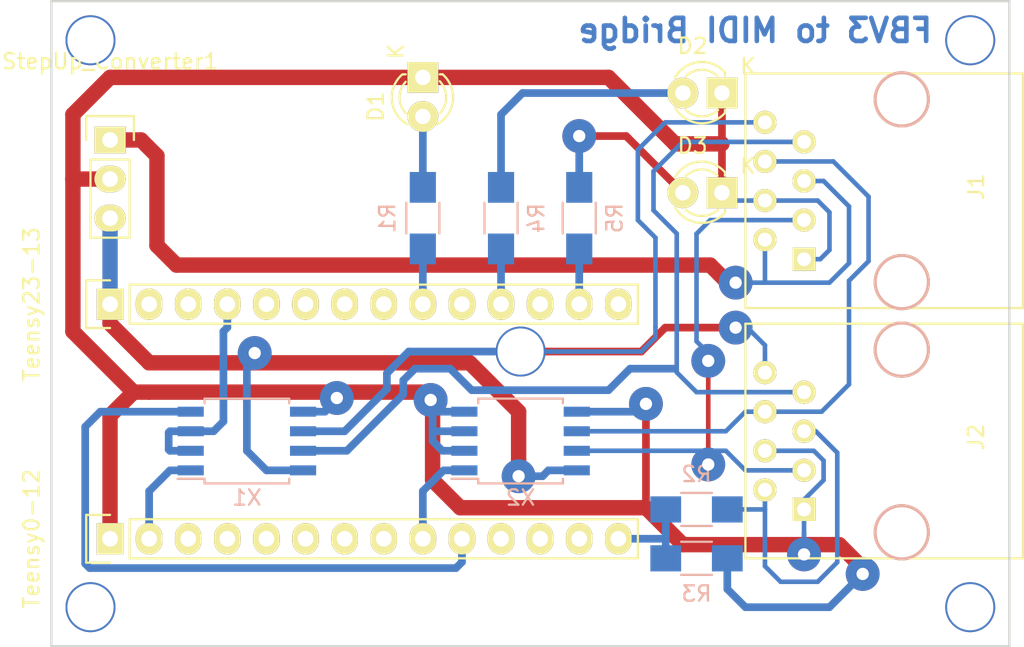
<source format=kicad_pcb>
(kicad_pcb (version 4) (host pcbnew 4.0.2-stable)

  (general
    (links 42)
    (no_connects 16)
    (area 113.251189 78.029999 180.334001 121.360002)
    (thickness 1.6)
    (drawings 10)
    (tracks 210)
    (zones 0)
    (modules 15)
    (nets 38)
  )

  (page A4)
  (title_block
    (title "FBV Interface")
    (rev 1.0)
    (company "Janos Buttgereit")
  )

  (layers
    (0 F.Cu signal)
    (31 B.Cu signal)
    (32 B.Adhes user)
    (33 F.Adhes user)
    (34 B.Paste user)
    (35 F.Paste user)
    (36 B.SilkS user)
    (37 F.SilkS user)
    (38 B.Mask user)
    (39 F.Mask user)
    (40 Dwgs.User user)
    (41 Cmts.User user)
    (42 Eco1.User user)
    (43 Eco2.User user)
    (44 Edge.Cuts user)
    (45 Margin user)
    (46 B.CrtYd user)
    (47 F.CrtYd user)
    (48 B.Fab user)
    (49 F.Fab user)
  )

  (setup
    (last_trace_width 0.3)
    (trace_clearance 0)
    (zone_clearance 0.508)
    (zone_45_only no)
    (trace_min 0.2)
    (segment_width 0.2)
    (edge_width 0.15)
    (via_size 3.25)
    (via_drill 3)
    (via_min_size 0.4)
    (via_min_drill 0.3)
    (uvia_size 0.3)
    (uvia_drill 0.1)
    (uvias_allowed no)
    (uvia_min_size 0.2)
    (uvia_min_drill 0.1)
    (pcb_text_width 0.3)
    (pcb_text_size 1.5 1.5)
    (mod_edge_width 0.15)
    (mod_text_size 1 1)
    (mod_text_width 0.15)
    (pad_size 1.524 1.524)
    (pad_drill 0.762)
    (pad_to_mask_clearance 0.2)
    (aux_axis_origin 112.268 127.254)
    (grid_origin 129.54 148.59)
    (visible_elements FFFFFF7F)
    (pcbplotparams
      (layerselection 0x00030_80000001)
      (usegerberextensions false)
      (excludeedgelayer true)
      (linewidth 0.100000)
      (plotframeref false)
      (viasonmask false)
      (mode 1)
      (useauxorigin false)
      (hpglpennumber 1)
      (hpglpenspeed 20)
      (hpglpendiameter 15)
      (hpglpenoverlay 2)
      (psnegative false)
      (psa4output false)
      (plotreference true)
      (plotvalue true)
      (plotinvisibletext false)
      (padsonsilk false)
      (subtractmaskfromsilk false)
      (outputformat 1)
      (mirror false)
      (drillshape 1)
      (scaleselection 1)
      (outputdirectory ""))
  )

  (net 0 "")
  (net 1 GND)
  (net 2 "Net-(D1-Pad2)")
  (net 3 "Net-(D2-Pad2)")
  (net 4 "Net-(D3-Pad2)")
  (net 5 +9V)
  (net 6 FBV_RX_Data_RS485B)
  (net 7 FBV_RX_Data_RS485A)
  (net 8 FBV_TX_Data_RS485B)
  (net 9 FBV_TX_Data_RS485A)
  (net 10 "Net-(J2-Pad2)")
  (net 11 "Net-(R1-Pad2)")
  (net 12 AMP_Power_Sense)
  (net 13 FBV_TX_LED)
  (net 14 FBV_RX_LED)
  (net 15 +5V)
  (net 16 AMP_RX_Data_UART)
  (net 17 "Net-(Teensy0-12-Pad3)")
  (net 18 "Net-(Teensy0-12-Pad4)")
  (net 19 "Net-(Teensy0-12-Pad5)")
  (net 20 "Net-(Teensy0-12-Pad6)")
  (net 21 "Net-(Teensy0-12-Pad7)")
  (net 22 "Net-(Teensy0-12-Pad8)")
  (net 23 FBV_RX_Data_UART)
  (net 24 FBV_TX_Data_UART)
  (net 25 "Net-(Teensy0-12-Pad11)")
  (net 26 "Net-(Teensy0-12-Pad12)")
  (net 27 "Net-(Teensy0-12-Pad13)")
  (net 28 "Net-(Teensy23-13-Pad2)")
  (net 29 "Net-(Teensy23-13-Pad3)")
  (net 30 RX-TX_Select)
  (net 31 "Net-(Teensy23-13-Pad10)")
  (net 32 "Net-(Teensy23-13-Pad12)")
  (net 33 "Net-(Teensy23-13-Pad14)")
  (net 34 "Net-(Teensy23-13-Pad7)")
  (net 35 "Net-(Teensy23-13-Pad5)")
  (net 36 "Net-(Teensy23-13-Pad6)")
  (net 37 "Net-(Teensy23-13-Pad8)")

  (net_class Default "Dies ist die voreingestellte Netzklasse."
    (clearance 0)
    (trace_width 0.3)
    (via_dia 3.25)
    (via_drill 3)
    (uvia_dia 0.3)
    (uvia_drill 0.1)
    (add_net AMP_Power_Sense)
    (add_net AMP_RX_Data_UART)
    (add_net FBV_RX_Data_RS485A)
    (add_net FBV_RX_Data_RS485B)
    (add_net FBV_RX_Data_UART)
    (add_net FBV_RX_LED)
    (add_net FBV_TX_Data_RS485A)
    (add_net FBV_TX_Data_RS485B)
    (add_net FBV_TX_Data_UART)
    (add_net FBV_TX_LED)
    (add_net "Net-(D1-Pad2)")
    (add_net "Net-(D2-Pad2)")
    (add_net "Net-(D3-Pad2)")
    (add_net "Net-(J2-Pad2)")
    (add_net "Net-(R1-Pad2)")
    (add_net "Net-(Teensy0-12-Pad11)")
    (add_net "Net-(Teensy0-12-Pad12)")
    (add_net "Net-(Teensy0-12-Pad13)")
    (add_net "Net-(Teensy0-12-Pad3)")
    (add_net "Net-(Teensy0-12-Pad4)")
    (add_net "Net-(Teensy0-12-Pad5)")
    (add_net "Net-(Teensy0-12-Pad6)")
    (add_net "Net-(Teensy0-12-Pad7)")
    (add_net "Net-(Teensy0-12-Pad8)")
    (add_net "Net-(Teensy23-13-Pad10)")
    (add_net "Net-(Teensy23-13-Pad12)")
    (add_net "Net-(Teensy23-13-Pad14)")
    (add_net "Net-(Teensy23-13-Pad2)")
    (add_net "Net-(Teensy23-13-Pad3)")
    (add_net "Net-(Teensy23-13-Pad5)")
    (add_net "Net-(Teensy23-13-Pad6)")
    (add_net "Net-(Teensy23-13-Pad7)")
    (add_net "Net-(Teensy23-13-Pad8)")
    (add_net RX-TX_Select)
  )

  (net_class GND ""
    (clearance 0)
    (trace_width 0.5)
    (via_dia 1.5)
    (via_drill 0.8)
    (uvia_dia 0.3)
    (uvia_drill 0.1)
    (add_net GND)
  )

  (net_class Power ""
    (clearance 0.3)
    (trace_width 1)
    (via_dia 2.2)
    (via_drill 0.8)
    (uvia_dia 0.3)
    (uvia_drill 0.1)
    (add_net +5V)
    (add_net +9V)
  )

  (module Housings_SOIC:SOIJ-8_5.3x5.3mm_Pitch1.27mm (layer B.Cu) (tedit 54130A77) (tstamp 59395DB7)
    (at 129.54 107.315)
    (descr "8-Lead Plastic Small Outline (SM) - Medium, 5.28 mm Body [SOIC] (see Microchip Packaging Specification 00000049BS.pdf)")
    (tags "SOIC 1.27")
    (path /593A63EA)
    (attr smd)
    (fp_text reference X1 (at 0 3.68) (layer B.SilkS)
      (effects (font (size 1 1) (thickness 0.15)) (justify mirror))
    )
    (fp_text value LTC1487 (at 0 -3.68) (layer B.Fab)
      (effects (font (size 1 1) (thickness 0.15)) (justify mirror))
    )
    (fp_line (start -4.75 2.95) (end -4.75 -2.95) (layer B.CrtYd) (width 0.05))
    (fp_line (start 4.75 2.95) (end 4.75 -2.95) (layer B.CrtYd) (width 0.05))
    (fp_line (start -4.75 2.95) (end 4.75 2.95) (layer B.CrtYd) (width 0.05))
    (fp_line (start -4.75 -2.95) (end 4.75 -2.95) (layer B.CrtYd) (width 0.05))
    (fp_line (start -2.75 2.755) (end -2.75 2.455) (layer B.SilkS) (width 0.15))
    (fp_line (start 2.75 2.755) (end 2.75 2.455) (layer B.SilkS) (width 0.15))
    (fp_line (start 2.75 -2.755) (end 2.75 -2.455) (layer B.SilkS) (width 0.15))
    (fp_line (start -2.75 -2.755) (end -2.75 -2.455) (layer B.SilkS) (width 0.15))
    (fp_line (start -2.75 2.755) (end 2.75 2.755) (layer B.SilkS) (width 0.15))
    (fp_line (start -2.75 -2.755) (end 2.75 -2.755) (layer B.SilkS) (width 0.15))
    (fp_line (start -2.75 2.455) (end -4.5 2.455) (layer B.SilkS) (width 0.15))
    (pad 1 smd rect (at -3.65 1.905) (size 1.7 0.65) (layers B.Cu B.Paste B.Mask)
      (net 16 AMP_RX_Data_UART))
    (pad 2 smd rect (at -3.65 0.635) (size 1.7 0.65) (layers B.Cu B.Paste B.Mask)
      (net 30 RX-TX_Select))
    (pad 3 smd rect (at -3.65 -0.635) (size 1.7 0.65) (layers B.Cu B.Paste B.Mask)
      (net 30 RX-TX_Select))
    (pad 4 smd rect (at -3.65 -1.905) (size 1.7 0.65) (layers B.Cu B.Paste B.Mask)
      (net 24 FBV_TX_Data_UART))
    (pad 5 smd rect (at 3.65 -1.905) (size 1.7 0.65) (layers B.Cu B.Paste B.Mask)
      (net 1 GND))
    (pad 6 smd rect (at 3.65 -0.635) (size 1.7 0.65) (layers B.Cu B.Paste B.Mask)
      (net 9 FBV_TX_Data_RS485A))
    (pad 7 smd rect (at 3.65 0.635) (size 1.7 0.65) (layers B.Cu B.Paste B.Mask)
      (net 8 FBV_TX_Data_RS485B))
    (pad 8 smd rect (at 3.65 1.905) (size 1.7 0.65) (layers B.Cu B.Paste B.Mask)
      (net 15 +5V))
    (model Housings_SOIC.3dshapes/SOIJ-8_5.3x5.3mm_Pitch1.27mm.wrl
      (at (xyz 0 0 0))
      (scale (xyz 1 1 1))
      (rotate (xyz 0 0 0))
    )
  )

  (module Connect:RJ45_8 (layer F.Cu) (tedit 0) (tstamp 59395D18)
    (at 172.085 107.315 90)
    (tags RJ45)
    (path /5908A318)
    (fp_text reference J2 (at 0.254 4.826 90) (layer F.SilkS)
      (effects (font (size 1 1) (thickness 0.15)))
    )
    (fp_text value RJ45 (at 0.14224 -0.1016 90) (layer F.Fab)
      (effects (font (size 1 1) (thickness 0.15)))
    )
    (fp_line (start -7.62 7.874) (end 7.62 7.874) (layer F.SilkS) (width 0.15))
    (fp_line (start 7.62 7.874) (end 7.62 -10.16) (layer F.SilkS) (width 0.15))
    (fp_line (start 7.62 -10.16) (end -7.62 -10.16) (layer F.SilkS) (width 0.15))
    (fp_line (start -7.62 -10.16) (end -7.62 7.874) (layer F.SilkS) (width 0.15))
    (pad Hole np_thru_hole circle (at 5.93852 0 90) (size 3.64998 3.64998) (drill 3.2512) (layers *.Cu *.SilkS *.Mask))
    (pad Hole np_thru_hole circle (at -5.9309 0 90) (size 3.64998 3.64998) (drill 3.2512) (layers *.Cu *.SilkS *.Mask))
    (pad 1 thru_hole rect (at -4.445 -6.35 90) (size 1.50114 1.50114) (drill 0.89916) (layers *.Cu *.Mask F.SilkS)
      (net 1 GND))
    (pad 2 thru_hole circle (at -3.175 -8.89 90) (size 1.50114 1.50114) (drill 0.89916) (layers *.Cu *.Mask F.SilkS)
      (net 10 "Net-(J2-Pad2)"))
    (pad 3 thru_hole circle (at -1.905 -6.35 90) (size 1.50114 1.50114) (drill 0.89916) (layers *.Cu *.Mask F.SilkS)
      (net 6 FBV_RX_Data_RS485B))
    (pad 4 thru_hole circle (at -0.635 -8.89 90) (size 1.50114 1.50114) (drill 0.89916) (layers *.Cu *.Mask F.SilkS)
      (net 1 GND))
    (pad 5 thru_hole circle (at 0.635 -6.35 90) (size 1.50114 1.50114) (drill 0.89916) (layers *.Cu *.Mask F.SilkS)
      (net 10 "Net-(J2-Pad2)"))
    (pad 6 thru_hole circle (at 1.905 -8.89 90) (size 1.50114 1.50114) (drill 0.89916) (layers *.Cu *.Mask F.SilkS)
      (net 7 FBV_RX_Data_RS485A))
    (pad 7 thru_hole circle (at 3.175 -6.35 90) (size 1.50114 1.50114) (drill 0.89916) (layers *.Cu *.Mask F.SilkS)
      (net 8 FBV_TX_Data_RS485B))
    (pad 8 thru_hole circle (at 4.445 -8.89 90) (size 1.50114 1.50114) (drill 0.89916) (layers *.Cu *.Mask F.SilkS)
      (net 9 FBV_TX_Data_RS485A))
    (model Connect.3dshapes/RJ45_8.wrl
      (at (xyz 0 0 0))
      (scale (xyz 0.4 0.4 0.4))
      (rotate (xyz 0 0 0))
    )
  )

  (module LEDs:LED-3MM (layer F.Cu) (tedit 559B82F6) (tstamp 59395CD2)
    (at 140.97 83.693 270)
    (descr "LED 3mm round vertical")
    (tags "LED  3mm round vertical")
    (path /592D1300)
    (fp_text reference D1 (at 1.91 3.06 270) (layer F.SilkS)
      (effects (font (size 1 1) (thickness 0.15)))
    )
    (fp_text value LED (at 1.3 -2.9 270) (layer F.Fab)
      (effects (font (size 1 1) (thickness 0.15)))
    )
    (fp_line (start -1.2 2.3) (end 3.8 2.3) (layer F.CrtYd) (width 0.05))
    (fp_line (start 3.8 2.3) (end 3.8 -2.2) (layer F.CrtYd) (width 0.05))
    (fp_line (start 3.8 -2.2) (end -1.2 -2.2) (layer F.CrtYd) (width 0.05))
    (fp_line (start -1.2 -2.2) (end -1.2 2.3) (layer F.CrtYd) (width 0.05))
    (fp_line (start -0.199 1.314) (end -0.199 1.114) (layer F.SilkS) (width 0.15))
    (fp_line (start -0.199 -1.28) (end -0.199 -1.1) (layer F.SilkS) (width 0.15))
    (fp_arc (start 1.301 0.034) (end -0.199 -1.286) (angle 108.5) (layer F.SilkS) (width 0.15))
    (fp_arc (start 1.301 0.034) (end 0.25 -1.1) (angle 85.7) (layer F.SilkS) (width 0.15))
    (fp_arc (start 1.311 0.034) (end 3.051 0.994) (angle 110) (layer F.SilkS) (width 0.15))
    (fp_arc (start 1.301 0.034) (end 2.335 1.094) (angle 87.5) (layer F.SilkS) (width 0.15))
    (fp_text user K (at -1.69 1.74 270) (layer F.SilkS)
      (effects (font (size 1 1) (thickness 0.15)))
    )
    (pad 1 thru_hole rect (at 0 0) (size 2 2) (drill 1.00076) (layers *.Cu *.Mask F.SilkS)
      (net 1 GND))
    (pad 2 thru_hole circle (at 2.54 0 270) (size 2 2) (drill 1.00076) (layers *.Cu *.Mask F.SilkS)
      (net 2 "Net-(D1-Pad2)"))
    (model LEDs.3dshapes/LED-3MM.wrl
      (at (xyz 0.05 0 0))
      (scale (xyz 1 1 1))
      (rotate (xyz 0 0 90))
    )
  )

  (module LEDs:LED-3MM (layer F.Cu) (tedit 559B82F6) (tstamp 59395CE3)
    (at 160.401 84.709 180)
    (descr "LED 3mm round vertical")
    (tags "LED  3mm round vertical")
    (path /592D0DDC)
    (fp_text reference D2 (at 1.91 3.06 180) (layer F.SilkS)
      (effects (font (size 1 1) (thickness 0.15)))
    )
    (fp_text value LED (at 1.3 -2.9 180) (layer F.Fab)
      (effects (font (size 1 1) (thickness 0.15)))
    )
    (fp_line (start -1.2 2.3) (end 3.8 2.3) (layer F.CrtYd) (width 0.05))
    (fp_line (start 3.8 2.3) (end 3.8 -2.2) (layer F.CrtYd) (width 0.05))
    (fp_line (start 3.8 -2.2) (end -1.2 -2.2) (layer F.CrtYd) (width 0.05))
    (fp_line (start -1.2 -2.2) (end -1.2 2.3) (layer F.CrtYd) (width 0.05))
    (fp_line (start -0.199 1.314) (end -0.199 1.114) (layer F.SilkS) (width 0.15))
    (fp_line (start -0.199 -1.28) (end -0.199 -1.1) (layer F.SilkS) (width 0.15))
    (fp_arc (start 1.301 0.034) (end -0.199 -1.286) (angle 108.5) (layer F.SilkS) (width 0.15))
    (fp_arc (start 1.301 0.034) (end 0.25 -1.1) (angle 85.7) (layer F.SilkS) (width 0.15))
    (fp_arc (start 1.311 0.034) (end 3.051 0.994) (angle 110) (layer F.SilkS) (width 0.15))
    (fp_arc (start 1.301 0.034) (end 2.335 1.094) (angle 87.5) (layer F.SilkS) (width 0.15))
    (fp_text user K (at -1.69 1.74 180) (layer F.SilkS)
      (effects (font (size 1 1) (thickness 0.15)))
    )
    (pad 1 thru_hole rect (at 0 0 270) (size 2 2) (drill 1.00076) (layers *.Cu *.Mask F.SilkS)
      (net 1 GND))
    (pad 2 thru_hole circle (at 2.54 0 180) (size 2 2) (drill 1.00076) (layers *.Cu *.Mask F.SilkS)
      (net 3 "Net-(D2-Pad2)"))
    (model LEDs.3dshapes/LED-3MM.wrl
      (at (xyz 0.05 0 0))
      (scale (xyz 1 1 1))
      (rotate (xyz 0 0 90))
    )
  )

  (module LEDs:LED-3MM (layer F.Cu) (tedit 559B82F6) (tstamp 59395CF4)
    (at 160.401 91.186 180)
    (descr "LED 3mm round vertical")
    (tags "LED  3mm round vertical")
    (path /592D0EDE)
    (fp_text reference D3 (at 1.91 3.06 180) (layer F.SilkS)
      (effects (font (size 1 1) (thickness 0.15)))
    )
    (fp_text value LED (at 1.3 -2.9 180) (layer F.Fab)
      (effects (font (size 1 1) (thickness 0.15)))
    )
    (fp_line (start -1.2 2.3) (end 3.8 2.3) (layer F.CrtYd) (width 0.05))
    (fp_line (start 3.8 2.3) (end 3.8 -2.2) (layer F.CrtYd) (width 0.05))
    (fp_line (start 3.8 -2.2) (end -1.2 -2.2) (layer F.CrtYd) (width 0.05))
    (fp_line (start -1.2 -2.2) (end -1.2 2.3) (layer F.CrtYd) (width 0.05))
    (fp_line (start -0.199 1.314) (end -0.199 1.114) (layer F.SilkS) (width 0.15))
    (fp_line (start -0.199 -1.28) (end -0.199 -1.1) (layer F.SilkS) (width 0.15))
    (fp_arc (start 1.301 0.034) (end -0.199 -1.286) (angle 108.5) (layer F.SilkS) (width 0.15))
    (fp_arc (start 1.301 0.034) (end 0.25 -1.1) (angle 85.7) (layer F.SilkS) (width 0.15))
    (fp_arc (start 1.311 0.034) (end 3.051 0.994) (angle 110) (layer F.SilkS) (width 0.15))
    (fp_arc (start 1.301 0.034) (end 2.335 1.094) (angle 87.5) (layer F.SilkS) (width 0.15))
    (fp_text user K (at -1.69 1.74 180) (layer F.SilkS)
      (effects (font (size 1 1) (thickness 0.15)))
    )
    (pad 1 thru_hole rect (at 0 0 270) (size 2 2) (drill 1.00076) (layers *.Cu *.Mask F.SilkS)
      (net 1 GND))
    (pad 2 thru_hole circle (at 2.54 0 180) (size 2 2) (drill 1.00076) (layers *.Cu *.Mask F.SilkS)
      (net 4 "Net-(D3-Pad2)"))
    (model LEDs.3dshapes/LED-3MM.wrl
      (at (xyz 0.05 0 0))
      (scale (xyz 1 1 1))
      (rotate (xyz 0 0 90))
    )
  )

  (module Connect:RJ45_8 (layer F.Cu) (tedit 0) (tstamp 59395D06)
    (at 172.085 91.059 90)
    (tags RJ45)
    (path /590898FD)
    (fp_text reference J1 (at 0.254 4.826 90) (layer F.SilkS)
      (effects (font (size 1 1) (thickness 0.15)))
    )
    (fp_text value RJ45 (at 0.14224 -0.1016 90) (layer F.Fab)
      (effects (font (size 1 1) (thickness 0.15)))
    )
    (fp_line (start -7.62 7.874) (end 7.62 7.874) (layer F.SilkS) (width 0.15))
    (fp_line (start 7.62 7.874) (end 7.62 -10.16) (layer F.SilkS) (width 0.15))
    (fp_line (start 7.62 -10.16) (end -7.62 -10.16) (layer F.SilkS) (width 0.15))
    (fp_line (start -7.62 -10.16) (end -7.62 7.874) (layer F.SilkS) (width 0.15))
    (pad Hole np_thru_hole circle (at 5.93852 0 90) (size 3.64998 3.64998) (drill 3.2512) (layers *.Cu *.SilkS *.Mask))
    (pad Hole np_thru_hole circle (at -5.9309 0 90) (size 3.64998 3.64998) (drill 3.2512) (layers *.Cu *.SilkS *.Mask))
    (pad 1 thru_hole rect (at -4.445 -6.35 90) (size 1.50114 1.50114) (drill 0.89916) (layers *.Cu *.Mask F.SilkS)
      (net 1 GND))
    (pad 2 thru_hole circle (at -3.175 -8.89 90) (size 1.50114 1.50114) (drill 0.89916) (layers *.Cu *.Mask F.SilkS)
      (net 5 +9V))
    (pad 3 thru_hole circle (at -1.905 -6.35 90) (size 1.50114 1.50114) (drill 0.89916) (layers *.Cu *.Mask F.SilkS)
      (net 6 FBV_RX_Data_RS485B))
    (pad 4 thru_hole circle (at -0.635 -8.89 90) (size 1.50114 1.50114) (drill 0.89916) (layers *.Cu *.Mask F.SilkS)
      (net 1 GND))
    (pad 5 thru_hole circle (at 0.635 -6.35 90) (size 1.50114 1.50114) (drill 0.89916) (layers *.Cu *.Mask F.SilkS)
      (net 5 +9V))
    (pad 6 thru_hole circle (at 1.905 -8.89 90) (size 1.50114 1.50114) (drill 0.89916) (layers *.Cu *.Mask F.SilkS)
      (net 7 FBV_RX_Data_RS485A))
    (pad 7 thru_hole circle (at 3.175 -6.35 90) (size 1.50114 1.50114) (drill 0.89916) (layers *.Cu *.Mask F.SilkS)
      (net 8 FBV_TX_Data_RS485B))
    (pad 8 thru_hole circle (at 4.445 -8.89 90) (size 1.50114 1.50114) (drill 0.89916) (layers *.Cu *.Mask F.SilkS)
      (net 9 FBV_TX_Data_RS485A))
    (model Connect.3dshapes/RJ45_8.wrl
      (at (xyz 0 0 0))
      (scale (xyz 0.4 0.4 0.4))
      (rotate (xyz 0 0 0))
    )
  )

  (module Resistors_SMD:R_1206_HandSoldering (layer B.Cu) (tedit 5418A20D) (tstamp 59395D24)
    (at 140.97 92.837 270)
    (descr "Resistor SMD 1206, hand soldering")
    (tags "resistor 1206")
    (path /592D12D3)
    (attr smd)
    (fp_text reference R1 (at 0 2.3 270) (layer B.SilkS)
      (effects (font (size 1 1) (thickness 0.15)) (justify mirror))
    )
    (fp_text value R (at 0 -2.3 270) (layer B.Fab)
      (effects (font (size 1 1) (thickness 0.15)) (justify mirror))
    )
    (fp_line (start -3.3 1.2) (end 3.3 1.2) (layer B.CrtYd) (width 0.05))
    (fp_line (start -3.3 -1.2) (end 3.3 -1.2) (layer B.CrtYd) (width 0.05))
    (fp_line (start -3.3 1.2) (end -3.3 -1.2) (layer B.CrtYd) (width 0.05))
    (fp_line (start 3.3 1.2) (end 3.3 -1.2) (layer B.CrtYd) (width 0.05))
    (fp_line (start 1 -1.075) (end -1 -1.075) (layer B.SilkS) (width 0.15))
    (fp_line (start -1 1.075) (end 1 1.075) (layer B.SilkS) (width 0.15))
    (pad 1 smd rect (at -2 0 270) (size 2 1.7) (layers B.Cu B.Paste B.Mask)
      (net 2 "Net-(D1-Pad2)"))
    (pad 2 smd rect (at 2 0 270) (size 2 1.7) (layers B.Cu B.Paste B.Mask)
      (net 11 "Net-(R1-Pad2)"))
    (model Resistors_SMD.3dshapes/R_1206_HandSoldering.wrl
      (at (xyz 0 0 0))
      (scale (xyz 1 1 1))
      (rotate (xyz 0 0 0))
    )
  )

  (module Resistors_SMD:R_1206_HandSoldering (layer B.Cu) (tedit 5418A20D) (tstamp 59395D30)
    (at 158.75 111.76 180)
    (descr "Resistor SMD 1206, hand soldering")
    (tags "resistor 1206")
    (path /592D972F)
    (attr smd)
    (fp_text reference R2 (at 0 2.3 180) (layer B.SilkS)
      (effects (font (size 1 1) (thickness 0.15)) (justify mirror))
    )
    (fp_text value R (at 0 -2.3 180) (layer B.Fab)
      (effects (font (size 1 1) (thickness 0.15)) (justify mirror))
    )
    (fp_line (start -3.3 1.2) (end 3.3 1.2) (layer B.CrtYd) (width 0.05))
    (fp_line (start -3.3 -1.2) (end 3.3 -1.2) (layer B.CrtYd) (width 0.05))
    (fp_line (start -3.3 1.2) (end -3.3 -1.2) (layer B.CrtYd) (width 0.05))
    (fp_line (start 3.3 1.2) (end 3.3 -1.2) (layer B.CrtYd) (width 0.05))
    (fp_line (start 1 -1.075) (end -1 -1.075) (layer B.SilkS) (width 0.15))
    (fp_line (start -1 1.075) (end 1 1.075) (layer B.SilkS) (width 0.15))
    (pad 1 smd rect (at -2 0 180) (size 2 1.7) (layers B.Cu B.Paste B.Mask)
      (net 10 "Net-(J2-Pad2)"))
    (pad 2 smd rect (at 2 0 180) (size 2 1.7) (layers B.Cu B.Paste B.Mask)
      (net 12 AMP_Power_Sense))
    (model Resistors_SMD.3dshapes/R_1206_HandSoldering.wrl
      (at (xyz 0 0 0))
      (scale (xyz 1 1 1))
      (rotate (xyz 0 0 0))
    )
  )

  (module Resistors_SMD:R_1206_HandSoldering (layer B.Cu) (tedit 5418A20D) (tstamp 59395D3C)
    (at 158.75 114.935)
    (descr "Resistor SMD 1206, hand soldering")
    (tags "resistor 1206")
    (path /592D9762)
    (attr smd)
    (fp_text reference R3 (at 0 2.3) (layer B.SilkS)
      (effects (font (size 1 1) (thickness 0.15)) (justify mirror))
    )
    (fp_text value R (at 0 -2.3) (layer B.Fab)
      (effects (font (size 1 1) (thickness 0.15)) (justify mirror))
    )
    (fp_line (start -3.3 1.2) (end 3.3 1.2) (layer B.CrtYd) (width 0.05))
    (fp_line (start -3.3 -1.2) (end 3.3 -1.2) (layer B.CrtYd) (width 0.05))
    (fp_line (start -3.3 1.2) (end -3.3 -1.2) (layer B.CrtYd) (width 0.05))
    (fp_line (start 3.3 1.2) (end 3.3 -1.2) (layer B.CrtYd) (width 0.05))
    (fp_line (start 1 -1.075) (end -1 -1.075) (layer B.SilkS) (width 0.15))
    (fp_line (start -1 1.075) (end 1 1.075) (layer B.SilkS) (width 0.15))
    (pad 1 smd rect (at -2 0) (size 2 1.7) (layers B.Cu B.Paste B.Mask)
      (net 12 AMP_Power_Sense))
    (pad 2 smd rect (at 2 0) (size 2 1.7) (layers B.Cu B.Paste B.Mask)
      (net 1 GND))
    (model Resistors_SMD.3dshapes/R_1206_HandSoldering.wrl
      (at (xyz 0 0 0))
      (scale (xyz 1 1 1))
      (rotate (xyz 0 0 0))
    )
  )

  (module Resistors_SMD:R_1206_HandSoldering (layer B.Cu) (tedit 5418A20D) (tstamp 59395D48)
    (at 146.05 92.837 90)
    (descr "Resistor SMD 1206, hand soldering")
    (tags "resistor 1206")
    (path /592D0F26)
    (attr smd)
    (fp_text reference R4 (at 0 2.3 90) (layer B.SilkS)
      (effects (font (size 1 1) (thickness 0.15)) (justify mirror))
    )
    (fp_text value R (at 0 -2.3 90) (layer B.Fab)
      (effects (font (size 1 1) (thickness 0.15)) (justify mirror))
    )
    (fp_line (start -3.3 1.2) (end 3.3 1.2) (layer B.CrtYd) (width 0.05))
    (fp_line (start -3.3 -1.2) (end 3.3 -1.2) (layer B.CrtYd) (width 0.05))
    (fp_line (start -3.3 1.2) (end -3.3 -1.2) (layer B.CrtYd) (width 0.05))
    (fp_line (start 3.3 1.2) (end 3.3 -1.2) (layer B.CrtYd) (width 0.05))
    (fp_line (start 1 -1.075) (end -1 -1.075) (layer B.SilkS) (width 0.15))
    (fp_line (start -1 1.075) (end 1 1.075) (layer B.SilkS) (width 0.15))
    (pad 1 smd rect (at -2 0 90) (size 2 1.7) (layers B.Cu B.Paste B.Mask)
      (net 13 FBV_TX_LED))
    (pad 2 smd rect (at 2 0 90) (size 2 1.7) (layers B.Cu B.Paste B.Mask)
      (net 3 "Net-(D2-Pad2)"))
    (model Resistors_SMD.3dshapes/R_1206_HandSoldering.wrl
      (at (xyz 0 0 0))
      (scale (xyz 1 1 1))
      (rotate (xyz 0 0 0))
    )
  )

  (module Resistors_SMD:R_1206_HandSoldering (layer B.Cu) (tedit 5418A20D) (tstamp 59395D54)
    (at 151.13 92.837 90)
    (descr "Resistor SMD 1206, hand soldering")
    (tags "resistor 1206")
    (path /592D0F5F)
    (attr smd)
    (fp_text reference R5 (at 0 2.3 90) (layer B.SilkS)
      (effects (font (size 1 1) (thickness 0.15)) (justify mirror))
    )
    (fp_text value R (at 0 -2.3 90) (layer B.Fab)
      (effects (font (size 1 1) (thickness 0.15)) (justify mirror))
    )
    (fp_line (start -3.3 1.2) (end 3.3 1.2) (layer B.CrtYd) (width 0.05))
    (fp_line (start -3.3 -1.2) (end 3.3 -1.2) (layer B.CrtYd) (width 0.05))
    (fp_line (start -3.3 1.2) (end -3.3 -1.2) (layer B.CrtYd) (width 0.05))
    (fp_line (start 3.3 1.2) (end 3.3 -1.2) (layer B.CrtYd) (width 0.05))
    (fp_line (start 1 -1.075) (end -1 -1.075) (layer B.SilkS) (width 0.15))
    (fp_line (start -1 1.075) (end 1 1.075) (layer B.SilkS) (width 0.15))
    (pad 1 smd rect (at -2 0 90) (size 2 1.7) (layers B.Cu B.Paste B.Mask)
      (net 14 FBV_RX_LED))
    (pad 2 smd rect (at 2 0 90) (size 2 1.7) (layers B.Cu B.Paste B.Mask)
      (net 4 "Net-(D3-Pad2)"))
    (model Resistors_SMD.3dshapes/R_1206_HandSoldering.wrl
      (at (xyz 0 0 0))
      (scale (xyz 1 1 1))
      (rotate (xyz 0 0 0))
    )
  )

  (module Pin_Headers:Pin_Header_Straight_1x03 (layer F.Cu) (tedit 0) (tstamp 59395D66)
    (at 120.65 87.757)
    (descr "Through hole pin header")
    (tags "pin header")
    (path /592DA367)
    (fp_text reference StepUp_Converter1 (at 0 -5.1) (layer F.SilkS)
      (effects (font (size 1 1) (thickness 0.15)))
    )
    (fp_text value CONN_01X03 (at 0 -3.1) (layer F.Fab)
      (effects (font (size 1 1) (thickness 0.15)))
    )
    (fp_line (start -1.75 -1.75) (end -1.75 6.85) (layer F.CrtYd) (width 0.05))
    (fp_line (start 1.75 -1.75) (end 1.75 6.85) (layer F.CrtYd) (width 0.05))
    (fp_line (start -1.75 -1.75) (end 1.75 -1.75) (layer F.CrtYd) (width 0.05))
    (fp_line (start -1.75 6.85) (end 1.75 6.85) (layer F.CrtYd) (width 0.05))
    (fp_line (start -1.27 1.27) (end -1.27 6.35) (layer F.SilkS) (width 0.15))
    (fp_line (start -1.27 6.35) (end 1.27 6.35) (layer F.SilkS) (width 0.15))
    (fp_line (start 1.27 6.35) (end 1.27 1.27) (layer F.SilkS) (width 0.15))
    (fp_line (start 1.55 -1.55) (end 1.55 0) (layer F.SilkS) (width 0.15))
    (fp_line (start 1.27 1.27) (end -1.27 1.27) (layer F.SilkS) (width 0.15))
    (fp_line (start -1.55 0) (end -1.55 -1.55) (layer F.SilkS) (width 0.15))
    (fp_line (start -1.55 -1.55) (end 1.55 -1.55) (layer F.SilkS) (width 0.15))
    (pad 1 thru_hole rect (at 0 0) (size 2.032 1.7272) (drill 1.016) (layers *.Cu *.Mask F.SilkS)
      (net 5 +9V))
    (pad 2 thru_hole oval (at 0 2.54) (size 2.032 1.7272) (drill 1.016) (layers *.Cu *.Mask F.SilkS)
      (net 1 GND))
    (pad 3 thru_hole oval (at 0 5.08) (size 2.032 1.7272) (drill 1.016) (layers *.Cu *.Mask F.SilkS)
      (net 15 +5V))
    (model Pin_Headers.3dshapes/Pin_Header_Straight_1x03.wrl
      (at (xyz 0 -0.1 0))
      (scale (xyz 1 1 1))
      (rotate (xyz 0 0 90))
    )
  )

  (module Pin_Headers:Pin_Header_Straight_1x14 locked (layer F.Cu) (tedit 0) (tstamp 59395D83)
    (at 120.65 113.665 90)
    (descr "Through hole pin header")
    (tags "pin header")
    (path /592D0B06)
    (fp_text reference Teensy0-12 (at 0 -5.1 90) (layer F.SilkS)
      (effects (font (size 1 1) (thickness 0.15)))
    )
    (fp_text value CONN_01X14 (at 0 -3.1 90) (layer F.Fab)
      (effects (font (size 1 1) (thickness 0.15)))
    )
    (fp_line (start -1.75 -1.75) (end -1.75 34.8) (layer F.CrtYd) (width 0.05))
    (fp_line (start 1.75 -1.75) (end 1.75 34.8) (layer F.CrtYd) (width 0.05))
    (fp_line (start -1.75 -1.75) (end 1.75 -1.75) (layer F.CrtYd) (width 0.05))
    (fp_line (start -1.75 34.8) (end 1.75 34.8) (layer F.CrtYd) (width 0.05))
    (fp_line (start -1.27 1.27) (end -1.27 34.29) (layer F.SilkS) (width 0.15))
    (fp_line (start -1.27 34.29) (end 1.27 34.29) (layer F.SilkS) (width 0.15))
    (fp_line (start 1.27 34.29) (end 1.27 1.27) (layer F.SilkS) (width 0.15))
    (fp_line (start 1.55 -1.55) (end 1.55 0) (layer F.SilkS) (width 0.15))
    (fp_line (start 1.27 1.27) (end -1.27 1.27) (layer F.SilkS) (width 0.15))
    (fp_line (start -1.55 0) (end -1.55 -1.55) (layer F.SilkS) (width 0.15))
    (fp_line (start -1.55 -1.55) (end 1.55 -1.55) (layer F.SilkS) (width 0.15))
    (pad 1 thru_hole rect (at 0 0 90) (size 2.032 1.7272) (drill 1.016) (layers *.Cu *.Mask F.SilkS)
      (net 1 GND))
    (pad 2 thru_hole oval (at 0 2.54 90) (size 2.032 1.7272) (drill 1.016) (layers *.Cu *.Mask F.SilkS)
      (net 16 AMP_RX_Data_UART))
    (pad 3 thru_hole oval (at 0 5.08 90) (size 2.032 1.7272) (drill 1.016) (layers *.Cu *.Mask F.SilkS)
      (net 17 "Net-(Teensy0-12-Pad3)"))
    (pad 4 thru_hole oval (at 0 7.62 90) (size 2.032 1.7272) (drill 1.016) (layers *.Cu *.Mask F.SilkS)
      (net 18 "Net-(Teensy0-12-Pad4)"))
    (pad 5 thru_hole oval (at 0 10.16 90) (size 2.032 1.7272) (drill 1.016) (layers *.Cu *.Mask F.SilkS)
      (net 19 "Net-(Teensy0-12-Pad5)"))
    (pad 6 thru_hole oval (at 0 12.7 90) (size 2.032 1.7272) (drill 1.016) (layers *.Cu *.Mask F.SilkS)
      (net 20 "Net-(Teensy0-12-Pad6)"))
    (pad 7 thru_hole oval (at 0 15.24 90) (size 2.032 1.7272) (drill 1.016) (layers *.Cu *.Mask F.SilkS)
      (net 21 "Net-(Teensy0-12-Pad7)"))
    (pad 8 thru_hole oval (at 0 17.78 90) (size 2.032 1.7272) (drill 1.016) (layers *.Cu *.Mask F.SilkS)
      (net 22 "Net-(Teensy0-12-Pad8)"))
    (pad 9 thru_hole oval (at 0 20.32 90) (size 2.032 1.7272) (drill 1.016) (layers *.Cu *.Mask F.SilkS)
      (net 23 FBV_RX_Data_UART))
    (pad 10 thru_hole oval (at 0 22.86 90) (size 2.032 1.7272) (drill 1.016) (layers *.Cu *.Mask F.SilkS)
      (net 24 FBV_TX_Data_UART))
    (pad 11 thru_hole oval (at 0 25.4 90) (size 2.032 1.7272) (drill 1.016) (layers *.Cu *.Mask F.SilkS)
      (net 25 "Net-(Teensy0-12-Pad11)"))
    (pad 12 thru_hole oval (at 0 27.94 90) (size 2.032 1.7272) (drill 1.016) (layers *.Cu *.Mask F.SilkS)
      (net 26 "Net-(Teensy0-12-Pad12)"))
    (pad 13 thru_hole oval (at 0 30.48 90) (size 2.032 1.7272) (drill 1.016) (layers *.Cu *.Mask F.SilkS)
      (net 27 "Net-(Teensy0-12-Pad13)"))
    (pad 14 thru_hole oval (at 0 33.02 90) (size 2.032 1.7272) (drill 1.016) (layers *.Cu *.Mask F.SilkS)
      (net 12 AMP_Power_Sense))
    (model Pin_Headers.3dshapes/Pin_Header_Straight_1x14.wrl
      (at (xyz 0 -0.65 0))
      (scale (xyz 1 1 1))
      (rotate (xyz 0 0 90))
    )
  )

  (module Pin_Headers:Pin_Header_Straight_1x14 locked (layer F.Cu) (tedit 0) (tstamp 59395DA0)
    (at 120.65 98.425 90)
    (descr "Through hole pin header")
    (tags "pin header")
    (path /592D092D)
    (fp_text reference Teensy23-13 (at 0 -5.1 90) (layer F.SilkS)
      (effects (font (size 1 1) (thickness 0.15)))
    )
    (fp_text value CONN_01X14 (at 0 -3.1 90) (layer F.Fab)
      (effects (font (size 1 1) (thickness 0.15)))
    )
    (fp_line (start -1.75 -1.75) (end -1.75 34.8) (layer F.CrtYd) (width 0.05))
    (fp_line (start 1.75 -1.75) (end 1.75 34.8) (layer F.CrtYd) (width 0.05))
    (fp_line (start -1.75 -1.75) (end 1.75 -1.75) (layer F.CrtYd) (width 0.05))
    (fp_line (start -1.75 34.8) (end 1.75 34.8) (layer F.CrtYd) (width 0.05))
    (fp_line (start -1.27 1.27) (end -1.27 34.29) (layer F.SilkS) (width 0.15))
    (fp_line (start -1.27 34.29) (end 1.27 34.29) (layer F.SilkS) (width 0.15))
    (fp_line (start 1.27 34.29) (end 1.27 1.27) (layer F.SilkS) (width 0.15))
    (fp_line (start 1.55 -1.55) (end 1.55 0) (layer F.SilkS) (width 0.15))
    (fp_line (start 1.27 1.27) (end -1.27 1.27) (layer F.SilkS) (width 0.15))
    (fp_line (start -1.55 0) (end -1.55 -1.55) (layer F.SilkS) (width 0.15))
    (fp_line (start -1.55 -1.55) (end 1.55 -1.55) (layer F.SilkS) (width 0.15))
    (pad 1 thru_hole rect (at 0 0 90) (size 2.032 1.7272) (drill 1.016) (layers *.Cu *.Mask F.SilkS)
      (net 15 +5V))
    (pad 2 thru_hole oval (at 0 2.54 90) (size 2.032 1.7272) (drill 1.016) (layers *.Cu *.Mask F.SilkS)
      (net 28 "Net-(Teensy23-13-Pad2)"))
    (pad 3 thru_hole oval (at 0 5.08 90) (size 2.032 1.7272) (drill 1.016) (layers *.Cu *.Mask F.SilkS)
      (net 29 "Net-(Teensy23-13-Pad3)"))
    (pad 4 thru_hole oval (at 0 7.62 90) (size 2.032 1.7272) (drill 1.016) (layers *.Cu *.Mask F.SilkS)
      (net 30 RX-TX_Select))
    (pad 5 thru_hole oval (at 0 10.16 90) (size 2.032 1.7272) (drill 1.016) (layers *.Cu *.Mask F.SilkS)
      (net 35 "Net-(Teensy23-13-Pad5)"))
    (pad 6 thru_hole oval (at 0 12.7 90) (size 2.032 1.7272) (drill 1.016) (layers *.Cu *.Mask F.SilkS)
      (net 36 "Net-(Teensy23-13-Pad6)"))
    (pad 7 thru_hole oval (at 0 15.24 90) (size 2.032 1.7272) (drill 1.016) (layers *.Cu *.Mask F.SilkS)
      (net 34 "Net-(Teensy23-13-Pad7)"))
    (pad 8 thru_hole oval (at 0 17.78 90) (size 2.032 1.7272) (drill 1.016) (layers *.Cu *.Mask F.SilkS)
      (net 37 "Net-(Teensy23-13-Pad8)"))
    (pad 9 thru_hole oval (at 0 20.32 90) (size 2.032 1.7272) (drill 1.016) (layers *.Cu *.Mask F.SilkS)
      (net 11 "Net-(R1-Pad2)"))
    (pad 10 thru_hole oval (at 0 22.86 90) (size 2.032 1.7272) (drill 1.016) (layers *.Cu *.Mask F.SilkS)
      (net 31 "Net-(Teensy23-13-Pad10)"))
    (pad 11 thru_hole oval (at 0 25.4 90) (size 2.032 1.7272) (drill 1.016) (layers *.Cu *.Mask F.SilkS)
      (net 13 FBV_TX_LED))
    (pad 12 thru_hole oval (at 0 27.94 90) (size 2.032 1.7272) (drill 1.016) (layers *.Cu *.Mask F.SilkS)
      (net 32 "Net-(Teensy23-13-Pad12)"))
    (pad 13 thru_hole oval (at 0 30.48 90) (size 2.032 1.7272) (drill 1.016) (layers *.Cu *.Mask F.SilkS)
      (net 14 FBV_RX_LED))
    (pad 14 thru_hole oval (at 0 33.02 90) (size 2.032 1.7272) (drill 1.016) (layers *.Cu *.Mask F.SilkS)
      (net 33 "Net-(Teensy23-13-Pad14)"))
    (model Pin_Headers.3dshapes/Pin_Header_Straight_1x14.wrl
      (at (xyz 0 -0.65 0))
      (scale (xyz 1 1 1))
      (rotate (xyz 0 0 90))
    )
  )

  (module Housings_SOIC:SOIJ-8_5.3x5.3mm_Pitch1.27mm (layer B.Cu) (tedit 54130A77) (tstamp 59395DCE)
    (at 147.32 107.315)
    (descr "8-Lead Plastic Small Outline (SM) - Medium, 5.28 mm Body [SOIC] (see Microchip Packaging Specification 00000049BS.pdf)")
    (tags "SOIC 1.27")
    (path /593A6232)
    (attr smd)
    (fp_text reference X2 (at 0 3.68) (layer B.SilkS)
      (effects (font (size 1 1) (thickness 0.15)) (justify mirror))
    )
    (fp_text value LTC1487 (at 0 -3.68) (layer B.Fab)
      (effects (font (size 1 1) (thickness 0.15)) (justify mirror))
    )
    (fp_line (start -4.75 2.95) (end -4.75 -2.95) (layer B.CrtYd) (width 0.05))
    (fp_line (start 4.75 2.95) (end 4.75 -2.95) (layer B.CrtYd) (width 0.05))
    (fp_line (start -4.75 2.95) (end 4.75 2.95) (layer B.CrtYd) (width 0.05))
    (fp_line (start -4.75 -2.95) (end 4.75 -2.95) (layer B.CrtYd) (width 0.05))
    (fp_line (start -2.75 2.755) (end -2.75 2.455) (layer B.SilkS) (width 0.15))
    (fp_line (start 2.75 2.755) (end 2.75 2.455) (layer B.SilkS) (width 0.15))
    (fp_line (start 2.75 -2.755) (end 2.75 -2.455) (layer B.SilkS) (width 0.15))
    (fp_line (start -2.75 -2.755) (end -2.75 -2.455) (layer B.SilkS) (width 0.15))
    (fp_line (start -2.75 2.755) (end 2.75 2.755) (layer B.SilkS) (width 0.15))
    (fp_line (start -2.75 -2.755) (end 2.75 -2.755) (layer B.SilkS) (width 0.15))
    (fp_line (start -2.75 2.455) (end -4.5 2.455) (layer B.SilkS) (width 0.15))
    (pad 1 smd rect (at -3.65 1.905) (size 1.7 0.65) (layers B.Cu B.Paste B.Mask)
      (net 23 FBV_RX_Data_UART))
    (pad 2 smd rect (at -3.65 0.635) (size 1.7 0.65) (layers B.Cu B.Paste B.Mask)
      (net 1 GND))
    (pad 3 smd rect (at -3.65 -0.635) (size 1.7 0.65) (layers B.Cu B.Paste B.Mask)
      (net 1 GND))
    (pad 4 smd rect (at -3.65 -1.905) (size 1.7 0.65) (layers B.Cu B.Paste B.Mask)
      (net 1 GND))
    (pad 5 smd rect (at 3.65 -1.905) (size 1.7 0.65) (layers B.Cu B.Paste B.Mask)
      (net 1 GND))
    (pad 6 smd rect (at 3.65 -0.635) (size 1.7 0.65) (layers B.Cu B.Paste B.Mask)
      (net 7 FBV_RX_Data_RS485A))
    (pad 7 smd rect (at 3.65 0.635) (size 1.7 0.65) (layers B.Cu B.Paste B.Mask)
      (net 6 FBV_RX_Data_RS485B))
    (pad 8 smd rect (at 3.65 1.905) (size 1.7 0.65) (layers B.Cu B.Paste B.Mask)
      (net 15 +5V))
    (model Housings_SOIC.3dshapes/SOIJ-8_5.3x5.3mm_Pitch1.27mm.wrl
      (at (xyz 0 0 0))
      (scale (xyz 1 1 1))
      (rotate (xyz 0 0 0))
    )
  )

  (gr_text "FBV3 to MIDI Bridge" (at 162.56 80.645) (layer B.Cu)
    (effects (font (size 1.5 1.5) (thickness 0.3)) (justify mirror))
  )
  (gr_line (start 179.07 78.74) (end 179.07 79.375) (layer Edge.Cuts) (width 0.15))
  (gr_line (start 116.84 78.74) (end 179.07 78.74) (layer Edge.Cuts) (width 0.15))
  (gr_line (start 116.84 79.375) (end 116.84 78.74) (layer Edge.Cuts) (width 0.15))
  (gr_line (start 116.84 120.65) (end 116.84 118.745) (layer Edge.Cuts) (width 0.15))
  (gr_line (start 179.07 120.65) (end 116.84 120.65) (layer Edge.Cuts) (width 0.15))
  (gr_line (start 179.07 118.745) (end 179.07 120.65) (layer Edge.Cuts) (width 0.15))
  (gr_line (start 179.07 79.375) (end 179.07 118.745) (layer Edge.Cuts) (width 0.15))
  (gr_line (start 116.84 80.645) (end 116.84 79.375) (layer Edge.Cuts) (width 0.15))
  (gr_line (start 116.84 118.745) (end 116.84 80.645) (layer Edge.Cuts) (width 0.15))

  (via (at 176.53 118.11) (size 3.25) (drill 3) (layers F.Cu B.Cu) (net 0))
  (via (at 119.38 118.11) (size 3.25) (drill 3) (layers F.Cu B.Cu) (net 0))
  (via (at 176.53 81.28) (size 3.25) (drill 3) (layers F.Cu B.Cu) (net 0))
  (via (at 119.38 81.28) (size 3.25) (drill 3) (layers F.Cu B.Cu) (net 0))
  (segment (start 169.545 115.951) (end 169.545 115.57) (width 0.5) (layer F.Cu) (net 1))
  (segment (start 169.545 115.57) (end 169.164 115.189) (width 0.5) (layer F.Cu) (net 1))
  (segment (start 169.545 115.951) (end 167.386 118.11) (width 0.5) (layer B.Cu) (net 1))
  (segment (start 167.386 118.11) (end 161.925 118.11) (width 0.5) (layer B.Cu) (net 1))
  (segment (start 161.925 118.11) (end 160.75 116.935) (width 0.5) (layer B.Cu) (net 1))
  (segment (start 160.75 116.935) (end 160.75 114.935) (width 0.5) (layer B.Cu) (net 1))
  (segment (start 165.735 111.76) (end 165.735 113.284) (width 0.3) (layer B.Cu) (net 1))
  (segment (start 165.735 113.284) (end 165.735 114.046) (width 0.3) (layer B.Cu) (net 1))
  (segment (start 165.735 114.681) (end 165.735 113.284) (width 0.3) (layer B.Cu) (net 1))
  (via (at 141.478 104.648) (size 2.2) (drill 0.8) (layers F.Cu B.Cu) (net 1))
  (segment (start 167.386 92.456) (end 167.386 94.90357) (width 0.3) (layer B.Cu) (net 1))
  (segment (start 160.401 91.186) (end 160.401 88.011) (width 0.5) (layer F.Cu) (net 1))
  (segment (start 160.401 88.011) (end 160.401 84.709) (width 0.5) (layer F.Cu) (net 1))
  (segment (start 153.035 83.693) (end 157.353 88.011) (width 1) (layer F.Cu) (net 1))
  (segment (start 157.353 88.011) (end 160.401 88.011) (width 1) (layer F.Cu) (net 1))
  (segment (start 140.97 83.693) (end 153.035 83.693) (width 1) (layer F.Cu) (net 1))
  (segment (start 118.237 100.203) (end 118.237 90.297) (width 1) (layer F.Cu) (net 1))
  (segment (start 118.237 90.297) (end 118.237 86.106) (width 1) (layer F.Cu) (net 1))
  (segment (start 120.65 90.297) (end 118.237 90.297) (width 1) (layer F.Cu) (net 1))
  (segment (start 122.174 104.14) (end 118.237 100.203) (width 1) (layer F.Cu) (net 1))
  (segment (start 118.237 86.106) (end 120.65 83.693) (width 1) (layer F.Cu) (net 1))
  (segment (start 120.65 83.693) (end 140.97 83.693) (width 1) (layer F.Cu) (net 1))
  (segment (start 163.195 91.694) (end 160.909 91.694) (width 0.3) (layer B.Cu) (net 1))
  (segment (start 160.909 91.694) (end 160.401 91.186) (width 0.3) (layer B.Cu) (net 1))
  (segment (start 163.195 91.694) (end 166.624 91.694) (width 0.3) (layer B.Cu) (net 1))
  (segment (start 166.624 91.694) (end 167.386 92.456) (width 0.3) (layer B.Cu) (net 1))
  (segment (start 167.386 94.90357) (end 166.78557 95.504) (width 0.3) (layer B.Cu) (net 1))
  (segment (start 166.78557 95.504) (end 165.735 95.504) (width 0.3) (layer B.Cu) (net 1))
  (segment (start 120.65 113.665) (end 120.65 105.664) (width 1) (layer F.Cu) (net 1))
  (segment (start 120.65 105.664) (end 122.174 104.14) (width 1) (layer F.Cu) (net 1))
  (segment (start 122.174 104.14) (end 123.19 104.14) (width 1) (layer F.Cu) (net 1))
  (segment (start 150.97 105.41) (end 155.33399 105.41) (width 0.5) (layer B.Cu) (net 1))
  (segment (start 155.33399 105.41) (end 155.46399 105.28) (width 0.5) (layer B.Cu) (net 1))
  (segment (start 155.46399 111.64899) (end 155.46399 105.28) (width 0.5) (layer F.Cu) (net 1))
  (segment (start 155.46399 105.42599) (end 155.46399 105.28) (width 0.5) (layer F.Cu) (net 1))
  (via (at 155.46399 104.902) (size 2.2) (drill 0.8) (layers F.Cu B.Cu) (net 1))
  (segment (start 165.735 114.046) (end 168.021 114.046) (width 1) (layer F.Cu) (net 1))
  (segment (start 168.021 114.046) (end 169.164 115.189) (width 1) (layer F.Cu) (net 1))
  (via (at 169.545 115.951) (size 2.2) (drill 0.8) (layers F.Cu B.Cu) (net 1))
  (segment (start 141.605 104.14) (end 141.605 109.855) (width 1) (layer F.Cu) (net 1))
  (segment (start 143.39899 111.64899) (end 155.46399 111.64899) (width 1) (layer F.Cu) (net 1))
  (segment (start 141.605 109.855) (end 143.39899 111.64899) (width 1) (layer F.Cu) (net 1))
  (segment (start 155.46399 111.64899) (end 157.861 114.046) (width 1) (layer F.Cu) (net 1))
  (segment (start 157.861 114.046) (end 165.735 114.046) (width 1) (layer F.Cu) (net 1))
  (via (at 165.735 114.681) (size 2.2) (drill 0.8) (layers F.Cu B.Cu) (net 1))
  (segment (start 163.195 107.95) (end 166.37 107.95) (width 0.3) (layer B.Cu) (net 1))
  (segment (start 166.37 107.95) (end 167.005 108.585) (width 0.3) (layer B.Cu) (net 1))
  (segment (start 167.005 109.855) (end 165.735 111.125) (width 0.3) (layer B.Cu) (net 1))
  (segment (start 167.005 108.585) (end 167.005 109.855) (width 0.3) (layer B.Cu) (net 1))
  (segment (start 165.735 111.125) (end 165.735 111.76) (width 0.3) (layer B.Cu) (net 1))
  (segment (start 141.605 104.14) (end 140.97 104.14) (width 1) (layer F.Cu) (net 1))
  (segment (start 141.605 105.41) (end 141.605 104.14) (width 0.5) (layer B.Cu) (net 1))
  (segment (start 143.67 105.41) (end 141.605 105.41) (width 0.5) (layer B.Cu) (net 1))
  (segment (start 141.605 107.315) (end 141.605 106.68) (width 0.5) (layer B.Cu) (net 1))
  (segment (start 141.605 106.68) (end 141.605 105.41) (width 0.5) (layer B.Cu) (net 1))
  (segment (start 143.67 106.68) (end 141.605 106.68) (width 0.5) (layer B.Cu) (net 1))
  (segment (start 142.24 107.95) (end 141.605 107.315) (width 0.5) (layer B.Cu) (net 1))
  (segment (start 143.67 107.95) (end 142.24 107.95) (width 0.5) (layer B.Cu) (net 1))
  (segment (start 123.19 104.14) (end 135.255 104.14) (width 1) (layer F.Cu) (net 1))
  (segment (start 135.255 104.14) (end 140.97 104.14) (width 1) (layer F.Cu) (net 1))
  (via (at 135.382 104.521) (size 2.2) (drill 0.8) (layers F.Cu B.Cu) (net 1))
  (segment (start 134.62 105.41) (end 135.255 104.775) (width 0.5) (layer B.Cu) (net 1))
  (segment (start 133.19 105.41) (end 134.62 105.41) (width 0.5) (layer B.Cu) (net 1))
  (segment (start 140.97 90.837) (end 140.97 86.233) (width 0.5) (layer B.Cu) (net 2))
  (segment (start 146.05 86.106) (end 147.447 84.709) (width 0.5) (layer B.Cu) (net 3))
  (segment (start 147.447 84.709) (end 157.861 84.709) (width 0.5) (layer B.Cu) (net 3))
  (segment (start 146.05 90.837) (end 146.05 86.106) (width 0.5) (layer B.Cu) (net 3))
  (segment (start 151.13 87.503) (end 151.13 90.837) (width 0.5) (layer B.Cu) (net 4))
  (segment (start 154.305 87.63) (end 154.178 87.503) (width 0.5) (layer F.Cu) (net 4))
  (segment (start 154.178 87.503) (end 151.13 87.503) (width 0.5) (layer F.Cu) (net 4))
  (via (at 151.13 87.503) (size 2.2) (drill 0.8) (layers F.Cu B.Cu) (net 4))
  (segment (start 157.861 91.186) (end 154.305 87.63) (width 0.5) (layer F.Cu) (net 4))
  (segment (start 165.735 90.424) (end 167.005 90.424) (width 0.3) (layer B.Cu) (net 5))
  (segment (start 167.005 90.424) (end 168.656 92.075) (width 0.3) (layer B.Cu) (net 5))
  (segment (start 168.656 95.758) (end 167.386 97.028) (width 0.3) (layer B.Cu) (net 5))
  (segment (start 168.656 92.075) (end 168.656 95.758) (width 0.3) (layer B.Cu) (net 5))
  (segment (start 167.386 97.028) (end 163.195 97.028) (width 0.3) (layer B.Cu) (net 5))
  (segment (start 124.968 95.885) (end 159.639 95.885) (width 1) (layer F.Cu) (net 5))
  (segment (start 159.639 95.885) (end 160.782 97.028) (width 1) (layer F.Cu) (net 5))
  (segment (start 123.698 94.615) (end 124.968 95.885) (width 1) (layer F.Cu) (net 5))
  (segment (start 123.698 88.789) (end 123.698 94.615) (width 1) (layer F.Cu) (net 5))
  (segment (start 120.65 87.757) (end 122.666 87.757) (width 1) (layer F.Cu) (net 5))
  (segment (start 122.666 87.757) (end 123.698 88.789) (width 1) (layer F.Cu) (net 5))
  (segment (start 163.195 97.028) (end 160.782 97.028) (width 0.3) (layer B.Cu) (net 5))
  (via (at 161.29 97.028) (size 2.2) (drill 0.8) (layers F.Cu B.Cu) (net 5))
  (segment (start 163.195 97.028) (end 163.195 94.234) (width 0.3) (layer B.Cu) (net 5))
  (segment (start 160.655 107.95) (end 159.512 107.95) (width 0.3) (layer B.Cu) (net 6))
  (segment (start 159.512 107.95) (end 158.75 107.95) (width 0.3) (layer B.Cu) (net 6))
  (segment (start 159.512 108.585) (end 159.512 107.95) (width 0.3) (layer B.Cu) (net 6))
  (segment (start 159.512 101.6) (end 159.512 108.585) (width 0.3) (layer F.Cu) (net 6))
  (via (at 159.512 108.839) (size 2.2) (drill 0.8) (layers F.Cu B.Cu) (net 6))
  (segment (start 158.75 93.853) (end 158.75 100.838) (width 0.3) (layer B.Cu) (net 6))
  (segment (start 158.75 100.838) (end 159.512 101.6) (width 0.3) (layer B.Cu) (net 6))
  (via (at 159.512 102.108) (size 2.2) (drill 0.8) (layers F.Cu B.Cu) (net 6))
  (segment (start 159.639 92.964) (end 158.75 93.853) (width 0.3) (layer B.Cu) (net 6))
  (segment (start 162.392154 92.964) (end 159.639 92.964) (width 0.3) (layer B.Cu) (net 6))
  (segment (start 165.735 92.964) (end 162.392154 92.964) (width 0.3) (layer B.Cu) (net 6))
  (segment (start 158.75 107.95) (end 150.97 107.95) (width 0.3) (layer B.Cu) (net 6))
  (segment (start 165.735 109.22) (end 161.925 109.22) (width 0.3) (layer B.Cu) (net 6))
  (segment (start 161.925 109.22) (end 160.655 107.95) (width 0.3) (layer B.Cu) (net 6))
  (segment (start 163.195 105.41) (end 166.878 105.41) (width 0.3) (layer B.Cu) (net 7))
  (segment (start 166.878 105.41) (end 168.656 103.632) (width 0.3) (layer B.Cu) (net 7))
  (segment (start 168.656 103.632) (end 168.656 96.901) (width 0.3) (layer B.Cu) (net 7))
  (segment (start 168.656 96.901) (end 169.926 95.631) (width 0.3) (layer B.Cu) (net 7))
  (segment (start 169.926 95.631) (end 169.926 91.44) (width 0.3) (layer B.Cu) (net 7))
  (segment (start 169.926 91.44) (end 167.64 89.154) (width 0.3) (layer B.Cu) (net 7))
  (segment (start 167.64 89.154) (end 163.195 89.154) (width 0.3) (layer B.Cu) (net 7))
  (segment (start 161.925 105.41) (end 163.195 105.41) (width 0.3) (layer B.Cu) (net 7))
  (segment (start 160.655 106.68) (end 161.925 105.41) (width 0.3) (layer B.Cu) (net 7))
  (segment (start 150.97 106.68) (end 160.655 106.68) (width 0.3) (layer B.Cu) (net 7))
  (segment (start 133.19 107.95) (end 136.034227 107.95) (width 0.5) (layer B.Cu) (net 8))
  (segment (start 136.034227 107.95) (end 139.7 104.284226) (width 0.5) (layer B.Cu) (net 8))
  (segment (start 139.7 104.284226) (end 139.7 103.378) (width 0.5) (layer B.Cu) (net 8))
  (segment (start 140.462 102.616) (end 142.748 102.616) (width 0.5) (layer B.Cu) (net 8))
  (segment (start 139.7 103.378) (end 140.462 102.616) (width 0.5) (layer B.Cu) (net 8))
  (segment (start 142.748 102.616) (end 144.145 104.013) (width 0.5) (layer B.Cu) (net 8))
  (segment (start 144.145 104.013) (end 153.035 104.013) (width 0.5) (layer B.Cu) (net 8))
  (segment (start 153.035 104.013) (end 154.432 102.616) (width 0.5) (layer B.Cu) (net 8))
  (segment (start 154.432 102.616) (end 157.353 102.616) (width 0.5) (layer B.Cu) (net 8))
  (segment (start 157.46401 102.85401) (end 157.46401 102.72701) (width 0.3) (layer B.Cu) (net 8))
  (segment (start 157.46401 102.72701) (end 157.353 102.616) (width 0.3) (layer B.Cu) (net 8))
  (segment (start 165.735 87.884) (end 157.861 87.884) (width 0.3) (layer B.Cu) (net 8))
  (segment (start 157.861 87.884) (end 155.956 89.789) (width 0.3) (layer B.Cu) (net 8))
  (segment (start 155.956 89.789) (end 155.956 92.329) (width 0.3) (layer B.Cu) (net 8))
  (segment (start 155.956 92.329) (end 157.46401 93.83701) (width 0.3) (layer B.Cu) (net 8))
  (segment (start 159.258 104.14) (end 165.735 104.14) (width 0.3) (layer B.Cu) (net 8))
  (segment (start 157.46401 93.83701) (end 157.46401 102.85401) (width 0.3) (layer B.Cu) (net 8))
  (segment (start 157.46401 102.85401) (end 158.75 104.14) (width 0.3) (layer B.Cu) (net 8))
  (segment (start 158.75 104.14) (end 159.258 104.14) (width 0.3) (layer B.Cu) (net 8))
  (segment (start 133.19 106.68) (end 135.89 106.68) (width 0.5) (layer B.Cu) (net 9))
  (segment (start 135.89 106.68) (end 138.636011 103.933989) (width 0.5) (layer B.Cu) (net 9))
  (segment (start 140.051 101.503) (end 147.32 101.503) (width 0.5) (layer B.Cu) (net 9))
  (segment (start 138.636011 103.933989) (end 138.636011 102.917989) (width 0.5) (layer B.Cu) (net 9))
  (segment (start 138.636011 102.917989) (end 140.051 101.503) (width 0.5) (layer B.Cu) (net 9))
  (segment (start 155.164 101.503) (end 156.718 99.949) (width 0.5) (layer F.Cu) (net 9))
  (segment (start 156.718 99.949) (end 161.29 99.949) (width 0.5) (layer F.Cu) (net 9))
  (segment (start 147.32 101.503) (end 155.164 101.503) (width 0.5) (layer F.Cu) (net 9))
  (segment (start 156.083 100.584) (end 155.164 101.503) (width 0.3) (layer B.Cu) (net 9))
  (segment (start 155.164 101.503) (end 147.32 101.503) (width 0.3) (layer B.Cu) (net 9))
  (via (at 147.32 101.503) (size 3.25) (drill 3) (layers F.Cu B.Cu) (net 9))
  (segment (start 156.083 99.949) (end 156.083 100.584) (width 0.3) (layer B.Cu) (net 9))
  (segment (start 163.195 86.614) (end 156.718 86.614) (width 0.3) (layer B.Cu) (net 9))
  (segment (start 156.718 86.614) (end 154.94 88.392) (width 0.3) (layer B.Cu) (net 9))
  (segment (start 154.94 88.392) (end 154.94 92.964) (width 0.3) (layer B.Cu) (net 9))
  (segment (start 154.94 92.964) (end 156.083 94.107) (width 0.3) (layer B.Cu) (net 9))
  (segment (start 156.083 94.107) (end 156.083 99.949) (width 0.3) (layer B.Cu) (net 9))
  (segment (start 163.195 102.87) (end 163.195 101.092) (width 0.3) (layer B.Cu) (net 9))
  (segment (start 163.195 101.092) (end 162.052 99.949) (width 0.3) (layer B.Cu) (net 9))
  (segment (start 162.052 99.949) (end 160.782 99.949) (width 0.3) (layer B.Cu) (net 9))
  (via (at 161.29 99.949) (size 2.2) (drill 0.8) (layers F.Cu B.Cu) (net 9))
  (segment (start 165.735 106.68) (end 166.497 106.68) (width 0.3) (layer B.Cu) (net 10))
  (segment (start 166.497 106.68) (end 167.894 108.077) (width 0.3) (layer B.Cu) (net 10))
  (segment (start 164.211 116.459) (end 163.195 115.443) (width 0.3) (layer B.Cu) (net 10))
  (segment (start 167.894 108.077) (end 167.894 115.189) (width 0.3) (layer B.Cu) (net 10))
  (segment (start 167.894 115.189) (end 166.624 116.459) (width 0.3) (layer B.Cu) (net 10))
  (segment (start 166.624 116.459) (end 164.211 116.459) (width 0.3) (layer B.Cu) (net 10))
  (segment (start 163.195 115.443) (end 163.195 114.3) (width 0.3) (layer B.Cu) (net 10))
  (segment (start 163.195 114.3) (end 163.195 111.76) (width 0.3) (layer B.Cu) (net 10))
  (segment (start 163.195 111.76) (end 163.195 110.49) (width 0.3) (layer B.Cu) (net 10))
  (segment (start 160.75 111.76) (end 163.195 111.76) (width 0.3) (layer B.Cu) (net 10))
  (segment (start 140.97 98.425) (end 140.97 94.837) (width 0.5) (layer B.Cu) (net 11))
  (segment (start 156.75 114.935) (end 156.75 113.665) (width 0.5) (layer B.Cu) (net 12))
  (segment (start 156.75 113.665) (end 156.75 111.76) (width 0.5) (layer B.Cu) (net 12))
  (segment (start 153.67 113.665) (end 155.0336 113.665) (width 0.5) (layer B.Cu) (net 12))
  (segment (start 155.0336 113.665) (end 156.75 113.665) (width 0.5) (layer B.Cu) (net 12))
  (segment (start 146.05 98.425) (end 146.05 94.837) (width 0.5) (layer B.Cu) (net 13))
  (segment (start 151.13 98.425) (end 151.13 94.837) (width 0.5) (layer B.Cu) (net 14))
  (segment (start 120.65 98.425) (end 120.65 99.695) (width 1) (layer F.Cu) (net 15))
  (segment (start 120.65 99.695) (end 123.19 102.235) (width 1) (layer F.Cu) (net 15))
  (segment (start 144.018 102.235) (end 147.193 105.41) (width 1) (layer F.Cu) (net 15))
  (segment (start 147.193 105.41) (end 147.193 109.601) (width 1) (layer F.Cu) (net 15))
  (segment (start 123.19 102.235) (end 144.018 102.235) (width 1) (layer F.Cu) (net 15))
  (segment (start 149.129634 109.22) (end 150.97 109.22) (width 0.5) (layer B.Cu) (net 15))
  (segment (start 147.193 109.601) (end 148.748634 109.601) (width 0.5) (layer B.Cu) (net 15))
  (segment (start 148.748634 109.601) (end 149.129634 109.22) (width 0.5) (layer B.Cu) (net 15))
  (via (at 147.193 109.601) (size 2.2) (drill 0.8) (layers F.Cu B.Cu) (net 15))
  (segment (start 120.65 92.837) (end 120.65 98.425) (width 1) (layer B.Cu) (net 15))
  (via (at 130.048 101.6) (size 2.2) (drill 0.8) (layers F.Cu B.Cu) (net 15))
  (segment (start 129.54 107.95) (end 129.54 102.235) (width 0.5) (layer B.Cu) (net 15))
  (segment (start 130.81 109.22) (end 129.54 107.95) (width 0.5) (layer B.Cu) (net 15))
  (segment (start 133.19 109.22) (end 130.81 109.22) (width 0.5) (layer B.Cu) (net 15))
  (segment (start 125.89 109.22) (end 124.54 109.22) (width 0.5) (layer B.Cu) (net 16))
  (segment (start 124.54 109.22) (end 123.19 110.57) (width 0.5) (layer B.Cu) (net 16))
  (segment (start 123.19 110.57) (end 123.19 112.149) (width 0.5) (layer B.Cu) (net 16))
  (segment (start 123.19 112.149) (end 123.19 113.665) (width 0.5) (layer B.Cu) (net 16))
  (segment (start 143.67 109.22) (end 142.32 109.22) (width 0.5) (layer B.Cu) (net 23))
  (segment (start 142.32 109.22) (end 140.97 110.57) (width 0.5) (layer B.Cu) (net 23))
  (segment (start 140.97 110.57) (end 140.97 112.149) (width 0.5) (layer B.Cu) (net 23))
  (segment (start 140.97 112.149) (end 140.97 113.665) (width 0.5) (layer B.Cu) (net 23))
  (segment (start 125.89 105.41) (end 120.015 105.41) (width 0.5) (layer B.Cu) (net 24))
  (segment (start 120.015 105.41) (end 119.036399 106.388601) (width 0.5) (layer B.Cu) (net 24))
  (segment (start 119.036399 106.388601) (end 119.036399 115.281001) (width 0.5) (layer B.Cu) (net 24))
  (segment (start 143.121 115.57) (end 143.51 115.181) (width 0.5) (layer B.Cu) (net 24))
  (segment (start 119.036399 115.281001) (end 119.325398 115.57) (width 0.5) (layer B.Cu) (net 24))
  (segment (start 119.325398 115.57) (end 143.121 115.57) (width 0.5) (layer B.Cu) (net 24))
  (segment (start 143.51 115.181) (end 143.51 113.665) (width 0.5) (layer B.Cu) (net 24))
  (segment (start 128.016 106.045) (end 127.381 106.68) (width 0.5) (layer B.Cu) (net 30))
  (segment (start 127.381 106.68) (end 125.89 106.68) (width 0.5) (layer B.Cu) (net 30))
  (segment (start 128.016 100.195) (end 128.016 106.045) (width 0.5) (layer B.Cu) (net 30))
  (segment (start 128.27 98.425) (end 128.27 99.941) (width 0.5) (layer B.Cu) (net 30))
  (segment (start 128.27 99.941) (end 128.016 100.195) (width 0.5) (layer B.Cu) (net 30))
  (segment (start 124.46 106.76) (end 124.46 107.87) (width 0.5) (layer B.Cu) (net 30))
  (segment (start 125.89 106.68) (end 124.54 106.68) (width 0.5) (layer B.Cu) (net 30))
  (segment (start 124.54 106.68) (end 124.46 106.76) (width 0.5) (layer B.Cu) (net 30))
  (segment (start 125.89 107.95) (end 124.54 107.95) (width 0.5) (layer B.Cu) (net 30))
  (segment (start 124.54 107.95) (end 124.46 107.87) (width 0.5) (layer B.Cu) (net 30))

)

</source>
